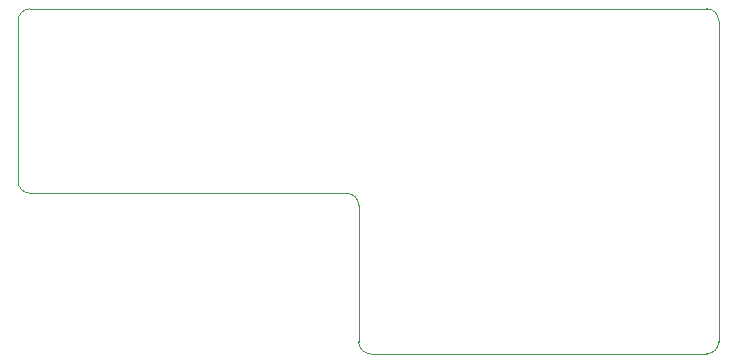
<source format=gm1>
G04 #@! TF.GenerationSoftware,KiCad,Pcbnew,7.0.2-0*
G04 #@! TF.CreationDate,2023-08-19T01:30:15+02:00*
G04 #@! TF.ProjectId,MegaCD,4d656761-4344-42e6-9b69-6361645f7063,rev?*
G04 #@! TF.SameCoordinates,Original*
G04 #@! TF.FileFunction,Profile,NP*
%FSLAX46Y46*%
G04 Gerber Fmt 4.6, Leading zero omitted, Abs format (unit mm)*
G04 Created by KiCad (PCBNEW 7.0.2-0) date 2023-08-19 01:30:15*
%MOMM*%
%LPD*%
G01*
G04 APERTURE LIST*
G04 #@! TA.AperFunction,Profile*
%ADD10C,0.100000*%
G04 #@! TD*
G04 APERTURE END LIST*
D10*
X145923000Y-132080000D02*
G75*
G03*
X146939000Y-133096000I1016000J0D01*
G01*
X175387000Y-133096000D02*
G75*
G03*
X176403000Y-132080000I0J1016000D01*
G01*
X145923000Y-120523000D02*
X145923000Y-132080000D01*
X176403000Y-132080000D02*
X176403000Y-104902000D01*
X117094000Y-118491000D02*
G75*
G03*
X118110000Y-119507000I1016000J0D01*
G01*
X118110000Y-103886000D02*
G75*
G03*
X117094000Y-104902000I0J-1016000D01*
G01*
X118110000Y-119507000D02*
X144907000Y-119507000D01*
X117094000Y-118491000D02*
X117094000Y-104902000D01*
X118110000Y-103886000D02*
X175387000Y-103886000D01*
X146939000Y-133096000D02*
X175387000Y-133096000D01*
X176403000Y-104902000D02*
G75*
G03*
X175387000Y-103886000I-1016000J0D01*
G01*
X145923000Y-120523000D02*
G75*
G03*
X144907000Y-119507000I-1016000J0D01*
G01*
M02*

</source>
